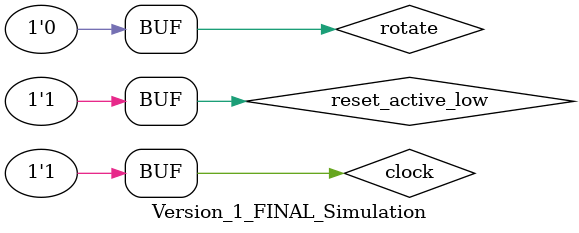
<source format=sv>
`timescale 1ns / 1ns

module Version_1_FINAL_Simulation ();

logic clock, reset_active_low, rotate, lcd_rw, lcd_en, lcd_rs, lcd_on; logic [3:0] lcd_data; logic [3:0] unused_pins;

parameter CLOCK_HALF_PERIOD = 10; parameter RESET_DELAY_PERIOD = 25; parameter DELAY_PERIOD = 50_000_000;

Version_1_FINAL simulation (.clock (clock), .reset_active_low (reset_active_low), .rotate (rotate), .lcd_data (lcd_data), .lcd_rw (lcd_rw), .lcd_en (lcd_en), .lcd_rs (lcd_rs), 
.lcd_on (lcd_on), .unused_pins (unused_pins));

always 
begin
clock = 1'b0;
#CLOCK_HALF_PERIOD;
clock = 1'b1;
#CLOCK_HALF_PERIOD;
end

initial
begin
reset_active_low = 1'b0;
#RESET_DELAY_PERIOD;
reset_active_low = 1'b1;
end

initial
begin
rotate = 1'b1;
#DELAY_PERIOD;
rotate = 1'b0;
end

endmodule

</source>
